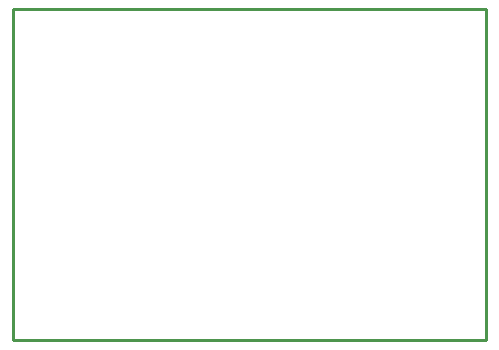
<source format=gko>
%FSLAX25Y25*%
%MOIN*%
G70*
G01*
G75*
G04 Layer_Color=16711935*
%ADD10C,0.01500*%
%ADD11C,0.00800*%
%ADD12C,0.02000*%
%ADD13C,0.01000*%
%ADD14C,0.04000*%
%ADD15R,0.04724X0.09843*%
%ADD16R,0.02756X0.03347*%
%ADD17R,0.02362X0.02362*%
%ADD18O,0.00984X0.04724*%
%ADD19O,0.04724X0.00984*%
%ADD20O,0.04724X0.01772*%
%ADD21O,0.01772X0.04724*%
%ADD22R,0.04724X0.01772*%
%ADD23R,0.02362X0.02362*%
%ADD24R,0.04331X0.04724*%
%ADD25R,0.05118X0.03937*%
%ADD26R,0.07087X0.03937*%
%ADD27R,0.02756X0.04724*%
%ADD28R,0.02992X0.04724*%
%ADD29R,0.03150X0.04724*%
%ADD30R,0.03347X0.02756*%
%ADD31R,0.04724X0.01969*%
%ADD32R,0.03937X0.03150*%
%ADD33R,0.03937X0.07087*%
%ADD34C,0.03000*%
%ADD35C,0.03500*%
%ADD36C,0.17716*%
%ADD37C,0.07874*%
%ADD38C,0.05906*%
%ADD39R,0.05906X0.05906*%
%ADD40R,0.03937X0.03937*%
%ADD41C,0.03937*%
%ADD42O,0.04331X0.06693*%
%ADD43R,0.03937X0.03937*%
%ADD44R,0.05906X0.05906*%
%ADD45C,0.03000*%
%ADD46C,0.02000*%
%ADD47R,0.07874X0.07874*%
%ADD48O,0.03543X0.08661*%
%ADD49C,0.00500*%
%ADD50C,0.02362*%
%ADD51C,0.00984*%
%ADD52C,0.00787*%
%ADD53C,0.00591*%
%ADD54R,0.05524X0.10642*%
%ADD55R,0.03556X0.04147*%
%ADD56R,0.03162X0.03162*%
%ADD57O,0.01784X0.05524*%
%ADD58O,0.05524X0.01784*%
%ADD59O,0.05524X0.02572*%
%ADD60O,0.02572X0.05524*%
%ADD61R,0.05524X0.02572*%
%ADD62R,0.03162X0.03162*%
%ADD63R,0.05131X0.05524*%
%ADD64R,0.05918X0.04737*%
%ADD65R,0.07887X0.04737*%
%ADD66R,0.03556X0.05524*%
%ADD67R,0.03792X0.05524*%
%ADD68R,0.03950X0.05524*%
%ADD69R,0.04147X0.03556*%
%ADD70R,0.05524X0.02769*%
%ADD71R,0.04737X0.03950*%
%ADD72R,0.04737X0.07887*%
%ADD73C,0.18517*%
%ADD74C,0.08674*%
%ADD75C,0.06706*%
%ADD76R,0.06706X0.06706*%
%ADD77R,0.04737X0.04737*%
%ADD78C,0.04737*%
%ADD79O,0.05131X0.07493*%
%ADD80R,0.04737X0.04737*%
%ADD81R,0.06706X0.06706*%
%ADD82R,0.08674X0.08674*%
%ADD83O,0.04343X0.09461*%
%ADD84C,0.00600*%
%ADD85R,0.02756X0.00591*%
%ADD86R,0.01260X0.01024*%
D13*
X0Y-110236D02*
Y0D01*
Y-110236D02*
X157480D01*
Y0D01*
X0D02*
X157480D01*
X0D02*
X157480D01*
Y-110236D02*
Y0D01*
X0Y-110236D02*
X157480D01*
X0D02*
Y0D01*
M02*

</source>
